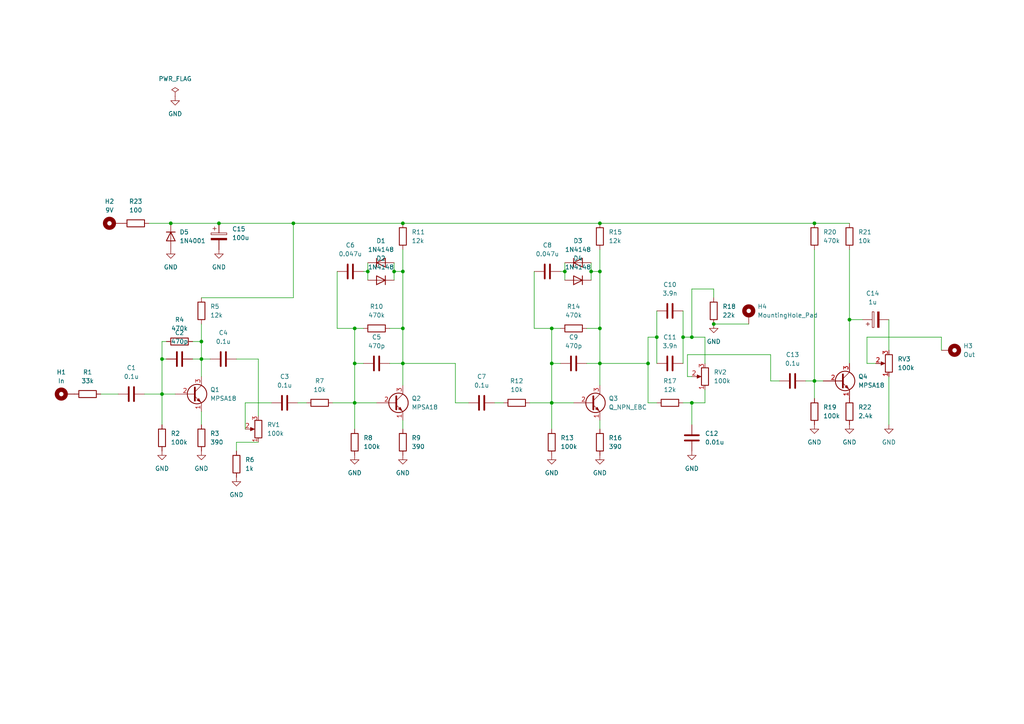
<source format=kicad_sch>
(kicad_sch (version 20230121) (generator eeschema)
  (paper "A4")
  (lib_symbols
    (symbol "Device:C" (pin_numbers hide) (pin_names (offset 0.254))
      (property "Reference" "C" (at 0.635 2.54 0))
      (property "Value" "C" (at 0.635 -2.54 0))
      (symbol "C_0_1"
        (polyline (pts (xy -2.032 -0.762) (xy 2.032 -0.762)) (stroke (width 0.508)))
        (polyline (pts (xy -2.032 0.762) (xy 2.032 0.762)) (stroke (width 0.508)))
      )
      (symbol "C_1_1"
        (pin passive line (at 0 3.81 270) (length 2.794) (name "~") (number "1"))
        (pin passive line (at 0 -3.81 90) (length 2.794) (name "~") (number "2"))
      )
    )
    (symbol "Device:C_Polarized" (pin_numbers hide) (pin_names (offset 0.254))
      (property "Reference" "C" (at 0.635 2.54 0))
      (property "Value" "C_Polarized" (at 0.635 -2.54 0))
      (symbol "C_Polarized_0_1"
        (rectangle (start -2.286 0.508) (end 2.286 1.016))
        (polyline (pts (xy -1.778 2.286) (xy -0.762 2.286)))
        (polyline (pts (xy -1.27 2.794) (xy -1.27 1.778)))
        (rectangle (start 2.286 -0.508) (end -2.286 -1.016) (fill (type outline)))
      )
      (symbol "C_Polarized_1_1"
        (pin passive line (at 0 3.81 270) (length 2.794) (name "~") (number "1"))
        (pin passive line (at 0 -3.81 90) (length 2.794) (name "~") (number "2"))
      )
    )
    (symbol "Device:D" (pin_numbers hide) (pin_names (offset 1.016) hide)
      (property "Reference" "D" (at 0 2.54 0))
      (property "Value" "D" (at 0 -2.54 0))
      (symbol "D_0_1"
        (polyline (pts (xy -1.27 1.27) (xy -1.27 -1.27)) (stroke (width 0.254)))
        (polyline (pts (xy 1.27 0) (xy -1.27 0)))
        (polyline (pts (xy 1.27 1.27) (xy 1.27 -1.27) (xy -1.27 0) (xy 1.27 1.27)) (stroke (width 0.254)))
      )
      (symbol "D_1_1"
        (pin passive line (at -3.81 0 0) (length 2.54) (name "K") (number "1"))
        (pin passive line (at 3.81 0 180) (length 2.54) (name "A") (number "2"))
      )
    )
    (symbol "Device:Q_NPN_EBC" (pin_names (offset 0) hide)
      (property "Reference" "Q" (at 5.08 1.27 0))
      (property "Value" "Q_NPN_EBC" (at 5.08 -1.27 0))
      (symbol "Q_NPN_EBC_0_1"
        (polyline (pts (xy 0.635 0.635) (xy 2.54 2.54)))
        (polyline (pts (xy 0.635 -0.635) (xy 2.54 -2.54) (xy 2.54 -2.54)))
        (polyline (pts (xy 0.635 1.905) (xy 0.635 -1.905) (xy 0.635 -1.905)) (stroke (width 0.508)))
        (polyline (pts (xy 1.27 -1.778) (xy 1.778 -1.27) (xy 2.286 -2.286) (xy 1.27 -1.778) (xy 1.27 -1.778)) (fill (type outline)))
        (circle (center 1.27 0) (radius 2.8194) (stroke (width 0.254)))
      )
      (symbol "Q_NPN_EBC_1_1"
        (pin passive line (at 2.54 -5.08 90) (length 2.54) (name "E") (number "1"))
        (pin passive line (at -5.08 0 0) (length 5.715) (name "B") (number "2"))
        (pin passive line (at 2.54 5.08 270) (length 2.54) (name "C") (number "3"))
      )
    )
    (symbol "Device:R" (pin_numbers hide) (pin_names (offset 0))
      (property "Reference" "R" (at 2.032 0 90))
      (property "Value" "R" (at 0 0 90))
      (symbol "R_0_1"
        (rectangle (start -1.016 -2.54) (end 1.016 2.54) (stroke (width 0.254)))
      )
      (symbol "R_1_1"
        (pin passive line (at 0 3.81 270) (length 1.27) (name "~") (number "1"))
        (pin passive line (at 0 -3.81 90) (length 1.27) (name "~") (number "2"))
      )
    )
    (symbol "Device:R_Potentiometer" (pin_names (offset 1.016) hide)
      (property "Reference" "RV" (at -4.445 0 90))
      (property "Value" "R_Potentiometer" (at -2.54 0 90))
      (symbol "R_Potentiometer_0_1"
        (polyline (pts (xy 2.54 0) (xy 1.524 0)))
        (polyline (pts (xy 1.143 0) (xy 2.286 0.508) (xy 2.286 -0.508) (xy 1.143 0)) (fill (type outline)))
        (rectangle (start 1.016 2.54) (end -1.016 -2.54) (stroke (width 0.254)))
      )
      (symbol "R_Potentiometer_1_1"
        (pin passive line (at 0 3.81 270) (length 1.27) (name "1") (number "1"))
        (pin passive line (at 3.81 0 180) (length 1.27) (name "2") (number "2"))
        (pin passive line (at 0 -3.81 90) (length 1.27) (name "3") (number "3"))
      )
    )
    (symbol "Mechanical:MountingHole_Pad" (pin_numbers hide) (pin_names (offset 1.016) hide)
      (property "Reference" "H" (at 0 6.35 0))
      (property "Value" "MountingHole_Pad" (at 0 4.445 0))
      (symbol "MountingHole_Pad_0_1"
        (circle (center 0 1.27) (radius 1.27) (stroke (width 1.27)))
      )
      (symbol "MountingHole_Pad_1_1"
        (pin input line (at 0 -2.54 90) (length 2.54) (name "1") (number "1"))
      )
    )
    (symbol "power:GND" (power) (pin_names (offset 0))
      (property "Value" "GND" (at 0 -3.81 0))
      (symbol "GND_0_1"
        (polyline (pts (xy 0 0) (xy 0 -1.27) (xy 1.27 -1.27) (xy 0 -2.54) (xy -1.27 -1.27) (xy 0 -1.27)))
      )
      (symbol "GND_1_1"
        (pin power_in line (at 0 0 270) (length 0) hide (name "GND") (number "1"))
      )
    )
    (symbol "power:PWR_FLAG" (power) (pin_numbers hide) (pin_names (offset 0) hide)
      (property "Value" "PWR_FLAG" (at 0 3.81 0))
      (symbol "PWR_FLAG_0_0"
        (pin power_out line (at 0 0 90) (length 0) (name "pwr") (number "1"))
      )
      (symbol "PWR_FLAG_0_1"
        (polyline (pts (xy 0 0) (xy 0 1.27) (xy -1.016 1.905) (xy 0 2.54) (xy 1.016 1.905) (xy 0 1.27)))
      )
    )
  )
  (junction (at 58.42 99.06))
  (junction (at 173.99 105.41))
  (junction (at 200.66 97.79))
  (junction (at 46.99 114.3))
  (junction (at 85.09 64.77))
  (junction (at 102.87 95.25))
  (junction (at 102.87 105.41))
  (junction (at 160.02 105.41))
  (junction (at 102.87 116.84))
  (junction (at 246.38 92.71))
  (junction (at 163.83 78.74))
  (junction (at 106.68 78.74))
  (junction (at 173.99 78.74))
  (junction (at 114.3 78.74))
  (junction (at 190.5 97.79))
  (junction (at 46.99 104.14))
  (junction (at 173.99 95.25))
  (junction (at 198.12 97.79))
  (junction (at 236.22 110.49))
  (junction (at 58.42 104.14))
  (junction (at 116.84 105.41))
  (junction (at 116.84 78.74))
  (junction (at 116.84 64.77))
  (junction (at 116.84 95.25))
  (junction (at 200.66 116.84))
  (junction (at 49.53 64.77))
  (junction (at 187.96 105.41))
  (junction (at 236.22 64.77))
  (junction (at 160.02 95.25))
  (junction (at 171.45 78.74))
  (junction (at 173.99 64.77))
  (junction (at 63.5 64.77))
  (junction (at 207.01 93.98))
  (junction (at 160.02 116.84))
  (wire (pts (xy 102.87 105.41) (xy 105.41 105.41)))
  (wire (pts (xy 29.21 114.3) (xy 34.29 114.3)))
  (wire (pts (xy 246.38 92.71) (xy 246.38 105.41)))
  (wire (pts (xy 113.03 105.41) (xy 116.84 105.41)))
  (wire (pts (xy 46.99 114.3) (xy 50.8 114.3)))
  (wire (pts (xy 116.84 105.41) (xy 132.08 105.41)))
  (wire (pts (xy 46.99 99.06) (xy 46.99 104.14)))
  (wire (pts (xy 187.96 97.79) (xy 190.5 97.79)))
  (wire (pts (xy 236.22 110.49) (xy 236.22 115.57)))
  (wire (pts (xy 106.68 78.74) (xy 106.68 81.28)))
  (wire (pts (xy 190.5 97.79) (xy 190.5 105.41)))
  (wire (pts (xy 160.02 105.41) (xy 162.56 105.41)))
  (wire (pts (xy 58.42 104.14) (xy 58.42 109.22)))
  (wire (pts (xy 173.99 64.77) (xy 236.22 64.77)))
  (wire (pts (xy 63.5 64.77) (xy 85.09 64.77)))
  (wire (pts (xy 246.38 92.71) (xy 250.19 92.71)))
  (wire (pts (xy 102.87 116.84) (xy 109.22 116.84)))
  (wire (pts (xy 257.81 109.22) (xy 257.81 123.19)))
  (wire (pts (xy 116.84 121.92) (xy 116.84 124.46)))
  (wire (pts (xy 55.88 99.06) (xy 58.42 99.06)))
  (wire (pts (xy 96.52 116.84) (xy 102.87 116.84)))
  (wire (pts (xy 48.26 99.06) (xy 46.99 99.06)))
  (wire (pts (xy 170.18 105.41) (xy 173.99 105.41)))
  (wire (pts (xy 116.84 105.41) (xy 116.84 111.76)))
  (wire (pts (xy 154.94 95.25) (xy 160.02 95.25)))
  (wire (pts (xy 200.66 116.84) (xy 200.66 123.19)))
  (wire (pts (xy 102.87 95.25) (xy 105.41 95.25)))
  (wire (pts (xy 114.3 78.74) (xy 114.3 81.28)))
  (wire (pts (xy 200.66 83.82) (xy 200.66 97.79)))
  (wire (pts (xy 116.84 64.77) (xy 173.99 64.77)))
  (wire (pts (xy 200.66 97.79) (xy 204.47 97.79)))
  (wire (pts (xy 154.94 78.74) (xy 154.94 95.25)))
  (wire (pts (xy 43.18 64.77) (xy 49.53 64.77)))
  (wire (pts (xy 86.36 116.84) (xy 88.9 116.84)))
  (wire (pts (xy 55.88 104.14) (xy 58.42 104.14)))
  (wire (pts (xy 105.41 78.74) (xy 106.68 78.74)))
  (wire (pts (xy 204.47 113.03) (xy 204.47 116.84)))
  (wire (pts (xy 200.66 116.84) (xy 204.47 116.84)))
  (wire (pts (xy 46.99 104.14) (xy 48.26 104.14)))
  (wire (pts (xy 171.45 76.2) (xy 171.45 78.74)))
  (wire (pts (xy 198.12 97.79) (xy 200.66 97.79)))
  (wire (pts (xy 190.5 90.17) (xy 190.5 97.79)))
  (wire (pts (xy 187.96 116.84) (xy 190.5 116.84)))
  (wire (pts (xy 173.99 95.25) (xy 173.99 105.41)))
  (wire (pts (xy 116.84 72.39) (xy 116.84 78.74)))
  (wire (pts (xy 116.84 95.25) (xy 116.84 105.41)))
  (wire (pts (xy 187.96 105.41) (xy 187.96 116.84)))
  (wire (pts (xy 223.52 102.87) (xy 223.52 110.49)))
  (wire (pts (xy 102.87 105.41) (xy 102.87 116.84)))
  (wire (pts (xy 49.53 64.77) (xy 63.5 64.77)))
  (wire (pts (xy 223.52 110.49) (xy 226.06 110.49)))
  (wire (pts (xy 254 105.41) (xy 251.46 105.41)))
  (wire (pts (xy 204.47 97.79) (xy 204.47 105.41)))
  (wire (pts (xy 58.42 99.06) (xy 58.42 104.14)))
  (wire (pts (xy 199.39 109.22) (xy 199.39 102.87)))
  (wire (pts (xy 200.66 109.22) (xy 199.39 109.22)))
  (wire (pts (xy 113.03 95.25) (xy 116.84 95.25)))
  (wire (pts (xy 160.02 116.84) (xy 160.02 124.46)))
  (wire (pts (xy 102.87 116.84) (xy 102.87 124.46)))
  (wire (pts (xy 102.87 95.25) (xy 102.87 105.41)))
  (wire (pts (xy 160.02 116.84) (xy 166.37 116.84)))
  (wire (pts (xy 132.08 105.41) (xy 132.08 116.84)))
  (wire (pts (xy 74.93 128.27) (xy 68.58 128.27)))
  (wire (pts (xy 198.12 90.17) (xy 198.12 97.79)))
  (wire (pts (xy 187.96 105.41) (xy 187.96 97.79)))
  (wire (pts (xy 173.99 72.39) (xy 173.99 78.74)))
  (wire (pts (xy 257.81 92.71) (xy 257.81 101.6)))
  (wire (pts (xy 207.01 83.82) (xy 207.01 86.36)))
  (wire (pts (xy 170.18 95.25) (xy 173.99 95.25)))
  (wire (pts (xy 58.42 119.38) (xy 58.42 123.19)))
  (wire (pts (xy 171.45 78.74) (xy 171.45 81.28)))
  (wire (pts (xy 199.39 102.87) (xy 223.52 102.87)))
  (wire (pts (xy 85.09 64.77) (xy 85.09 86.36)))
  (wire (pts (xy 85.09 64.77) (xy 116.84 64.77)))
  (wire (pts (xy 68.58 104.14) (xy 74.93 104.14)))
  (wire (pts (xy 58.42 86.36) (xy 85.09 86.36)))
  (wire (pts (xy 160.02 105.41) (xy 160.02 116.84)))
  (wire (pts (xy 74.93 104.14) (xy 74.93 120.65)))
  (wire (pts (xy 273.05 97.79) (xy 273.05 101.6)))
  (wire (pts (xy 106.68 76.2) (xy 106.68 78.74)))
  (wire (pts (xy 198.12 97.79) (xy 198.12 105.41)))
  (wire (pts (xy 173.99 78.74) (xy 173.99 95.25)))
  (wire (pts (xy 171.45 78.74) (xy 173.99 78.74)))
  (wire (pts (xy 97.79 95.25) (xy 102.87 95.25)))
  (wire (pts (xy 163.83 78.74) (xy 163.83 81.28)))
  (wire (pts (xy 236.22 110.49) (xy 238.76 110.49)))
  (wire (pts (xy 114.3 76.2) (xy 114.3 78.74)))
  (wire (pts (xy 114.3 78.74) (xy 116.84 78.74)))
  (wire (pts (xy 46.99 104.14) (xy 46.99 114.3)))
  (wire (pts (xy 58.42 93.98) (xy 58.42 99.06)))
  (wire (pts (xy 162.56 78.74) (xy 163.83 78.74)))
  (wire (pts (xy 143.51 116.84) (xy 146.05 116.84)))
  (wire (pts (xy 173.99 105.41) (xy 187.96 105.41)))
  (wire (pts (xy 132.08 116.84) (xy 135.89 116.84)))
  (wire (pts (xy 251.46 105.41) (xy 251.46 97.79)))
  (wire (pts (xy 160.02 95.25) (xy 162.56 95.25)))
  (wire (pts (xy 58.42 104.14) (xy 60.96 104.14)))
  (wire (pts (xy 71.12 116.84) (xy 78.74 116.84)))
  (wire (pts (xy 207.01 93.98) (xy 217.17 93.98)))
  (wire (pts (xy 116.84 78.74) (xy 116.84 95.25)))
  (wire (pts (xy 251.46 97.79) (xy 273.05 97.79)))
  (wire (pts (xy 41.91 114.3) (xy 46.99 114.3)))
  (wire (pts (xy 46.99 114.3) (xy 46.99 123.19)))
  (wire (pts (xy 173.99 105.41) (xy 173.99 111.76)))
  (wire (pts (xy 160.02 95.25) (xy 160.02 105.41)))
  (wire (pts (xy 97.79 78.74) (xy 97.79 95.25)))
  (wire (pts (xy 163.83 76.2) (xy 163.83 78.74)))
  (wire (pts (xy 68.58 128.27) (xy 68.58 130.81)))
  (wire (pts (xy 173.99 121.92) (xy 173.99 124.46)))
  (wire (pts (xy 198.12 116.84) (xy 200.66 116.84)))
  (wire (pts (xy 71.12 124.46) (xy 71.12 116.84)))
  (wire (pts (xy 236.22 64.77) (xy 246.38 64.77)))
  (wire (pts (xy 236.22 72.39) (xy 236.22 110.49)))
  (wire (pts (xy 153.67 116.84) (xy 160.02 116.84)))
  (wire (pts (xy 233.68 110.49) (xy 236.22 110.49)))
  (wire (pts (xy 246.38 72.39) (xy 246.38 92.71)))
  (wire (pts (xy 200.66 83.82) (xy 207.01 83.82)))
  (symbol (lib_id "power:GND") (at 257.81 123.19 0) (unit 1)
    (property "Reference" "#PWR01" (effects hide))
    (property "Value" "GND" (at 257.81 128.27 0))
  )
  (symbol (lib_id "Device:R") (at 102.87 128.27 180) (unit 1)
    (property "Reference" "R8" (at 105.41 127 0) (effects (justify right)))
    (property "Value" "100k" (at 105.41 129.54 0) (effects (justify right)))
    (property "Footprint" "Resistor_THT:R_Axial_DIN0207_L6.3mm_D2.5mm_P7.62mm_Horizontal" (effects hide))
  )
  (symbol (lib_id "power:PWR_FLAG") (at 50.8 27.94 0) (unit 1)
    (property "Reference" "#FLG01" (effects hide))
    (property "Value" "PWR_FLAG" (at 50.8 22.86 0))
  )
  (symbol (lib_id "Device:R") (at 39.37 64.77 270) (unit 1)
    (property "Reference" "R23" (at 39.37 58.42 90))
    (property "Value" "100" (at 39.37 60.96 90))
    (property "Footprint" "Resistor_THT:R_Axial_DIN0207_L6.3mm_D2.5mm_P7.62mm_Horizontal" (effects hide))
  )
  (symbol (lib_id "Device:C") (at 200.66 127 180) (unit 1)
    (property "Reference" "C12" (at 204.47 125.73 0) (effects (justify right)))
    (property "Value" "0.01u" (at 204.47 128.27 0) (effects (justify right)))
    (property "Footprint" "Capacitor_THT:C_Rect_L6.5mm_W3.5mm_P3.50mm_MKS02_FKP02" (effects hide))
  )
  (symbol (lib_id "power:GND") (at 58.42 130.81 0) (unit 1)
    (property "Reference" "#PWR011" (effects hide))
    (property "Value" "GND" (at 58.42 135.89 0))
  )
  (symbol (lib_id "Device:R") (at 246.38 119.38 180) (unit 1)
    (property "Reference" "R22" (at 248.92 118.11 0) (effects (justify right)))
    (property "Value" "2.4k" (at 248.92 120.65 0) (effects (justify right)))
    (property "Footprint" "Resistor_THT:R_Axial_DIN0207_L6.3mm_D2.5mm_P7.62mm_Horizontal" (effects hide))
  )
  (symbol (lib_id "power:GND") (at 116.84 132.08 0) (unit 1)
    (property "Reference" "#PWR08" (effects hide))
    (property "Value" "GND" (at 116.84 137.16 0))
  )
  (symbol (lib_id "power:GND") (at 50.8 27.94 0) (unit 1)
    (property "Reference" "#PWR015" (effects hide))
    (property "Value" "GND" (at 50.8 33.02 0))
  )
  (symbol (lib_id "power:GND") (at 63.5 72.39 0) (unit 1)
    (property "Reference" "#PWR013" (effects hide))
    (property "Value" "GND" (at 63.5 77.47 0))
  )
  (symbol (lib_id "Device:R_Potentiometer") (at 257.81 105.41 180) (unit 1)
    (property "Reference" "RV3" (at 260.35 104.14 0) (effects (justify right)))
    (property "Value" "100k" (at 260.35 106.68 0) (effects (justify right)))
    (property "Footprint" "MountingHole:Potentionmeter_Pad" (effects hide))
  )
  (symbol (lib_id "Device:R_Potentiometer") (at 74.93 124.46 180) (unit 1)
    (property "Reference" "RV1" (at 77.47 123.19 0) (effects (justify right)))
    (property "Value" "100k" (at 77.47 125.73 0) (effects (justify right)))
    (property "Footprint" "MountingHole:Potentionmeter_Pad" (effects hide))
  )
  (symbol (lib_id "Device:C") (at 194.31 105.41 90) (unit 1)
    (property "Reference" "C11" (at 194.31 97.79 90))
    (property "Value" "3.9n" (at 194.31 100.33 90))
    (property "Footprint" "Capacitor_THT:C_Rect_L6.0mm_W3.0mm_P3.50mm_MKS02_FKP02" (effects hide))
  )
  (symbol (lib_id "Mechanical:MountingHole_Pad") (at 33.02 64.77 90) (unit 1)
    (property "Reference" "H2" (at 31.75 58.42 90))
    (property "Value" "9V" (at 31.75 60.96 90))
    (property "Footprint" "MountingHole:Pad" (effects hide))
  )
  (symbol (lib_id "Device:C") (at 64.77 104.14 270) (unit 1)
    (property "Reference" "C4" (at 64.77 96.52 90))
    (property "Value" "0.1u" (at 64.77 99.06 90))
    (property "Footprint" "Capacitor_THT:C_Rect_L7.0mm_W2.5mm_P5.00mm" (effects hide))
  )
  (symbol (lib_id "Device:R_Potentiometer") (at 204.47 109.22 180) (unit 1)
    (property "Reference" "RV2" (at 207.01 107.95 0) (effects (justify right)))
    (property "Value" "100k" (at 207.01 110.49 0) (effects (justify right)))
    (property "Footprint" "MountingHole:Potentionmeter_Pad" (effects hide))
  )
  (symbol (lib_id "power:GND") (at 68.58 138.43 0) (unit 1)
    (property "Reference" "#PWR010" (effects hide))
    (property "Value" "GND" (at 68.58 143.51 0))
  )
  (symbol (lib_id "Device:R") (at 149.86 116.84 90) (unit 1)
    (property "Reference" "R12" (at 149.86 110.49 90))
    (property "Value" "10k" (at 149.86 113.03 90))
    (property "Footprint" "Resistor_THT:R_Axial_DIN0207_L6.3mm_D2.5mm_P7.62mm_Horizontal" (effects hide))
  )
  (symbol (lib_id "Device:C") (at 101.6 78.74 90) (unit 1)
    (property "Reference" "C6" (at 101.6 71.12 90))
    (property "Value" "0.047u" (at 101.6 73.66 90))
    (property "Footprint" "Capacitor_THT:C_Rect_L7.0mm_W4.0mm_P5.00mm" (effects hide))
  )
  (symbol (lib_id "Device:C") (at 38.1 114.3 270) (unit 1)
    (property "Reference" "C1" (at 38.1 106.68 90))
    (property "Value" "0.1u" (at 38.1 109.22 90))
    (property "Footprint" "Capacitor_THT:C_Rect_L7.0mm_W2.5mm_P5.00mm" (effects hide))
  )
  (symbol (lib_id "power:GND") (at 160.02 132.08 0) (unit 1)
    (property "Reference" "#PWR06" (effects hide))
    (property "Value" "GND" (at 160.02 137.16 0))
  )
  (symbol (lib_id "Device:D") (at 167.64 76.2 0) (unit 1)
    (property "Reference" "D3" (at 167.64 69.85 0))
    (property "Value" "1N4148" (at 167.64 72.39 0))
    (property "Footprint" "Diode_THT:D_DO-35_SOD27_P7.62mm_Horizontal" (effects hide))
    (property "Sim.Device" "D" (effects hide))
    (property "Sim.Pins" "1=K 2=A" (effects hide))
  )
  (symbol (lib_id "Device:R") (at 173.99 68.58 180) (unit 1)
    (property "Reference" "R15" (at 176.53 67.31 0) (effects (justify right)))
    (property "Value" "12k" (at 176.53 69.85 0) (effects (justify right)))
    (property "Footprint" "Resistor_THT:R_Axial_DIN0207_L6.3mm_D2.5mm_P7.62mm_Horizontal" (effects hide))
  )
  (symbol (lib_id "power:GND") (at 49.53 72.39 0) (unit 1)
    (property "Reference" "#PWR014" (effects hide))
    (property "Value" "GND" (at 49.53 77.47 0))
  )
  (symbol (lib_id "Device:R") (at 25.4 114.3 90) (unit 1)
    (property "Reference" "R1" (at 25.4 107.95 90))
    (property "Value" "33k" (at 25.4 110.49 90))
    (property "Footprint" "Resistor_THT:R_Axial_DIN0207_L6.3mm_D2.5mm_P7.62mm_Horizontal" (effects hide))
  )
  (symbol (lib_id "Device:R") (at 52.07 99.06 90) (unit 1)
    (property "Reference" "R4" (at 52.07 92.71 90))
    (property "Value" "470k" (at 52.07 95.25 90))
    (property "Footprint" "Resistor_THT:R_Axial_DIN0207_L6.3mm_D2.5mm_P7.62mm_Horizontal" (effects hide))
  )
  (symbol (lib_id "Device:D") (at 110.49 81.28 180) (unit 1)
    (property "Reference" "D2" (at 110.49 74.93 0))
    (property "Value" "1N4148" (at 110.49 77.47 0))
    (property "Footprint" "Diode_THT:D_DO-35_SOD27_P7.62mm_Horizontal" (effects hide))
    (property "Sim.Device" "D" (effects hide))
    (property "Sim.Pins" "1=K 2=A" (effects hide))
  )
  (symbol (lib_id "Device:D") (at 49.53 68.58 270) (unit 1)
    (property "Reference" "D5" (at 52.07 67.31 90) (effects (justify left)))
    (property "Value" "1N4001" (at 52.07 69.85 90) (effects (justify left)))
    (property "Footprint" "Diode_THT:D_DO-41_SOD81_P7.62mm_Horizontal" (effects hide))
    (property "Sim.Device" "D" (effects hide))
    (property "Sim.Pins" "1=K 2=A" (effects hide))
  )
  (symbol (lib_id "Mechanical:MountingHole_Pad") (at 275.59 101.6 270) (unit 1)
    (property "Reference" "H3" (at 279.4 100.33 90) (effects (justify left)))
    (property "Value" "Out" (at 279.4 102.87 90) (effects (justify left)))
    (property "Footprint" "MountingHole:Pad" (effects hide))
  )
  (symbol (lib_id "Device:R") (at 58.42 127 180) (unit 1)
    (property "Reference" "R3" (at 60.96 125.73 0) (effects (justify right)))
    (property "Value" "390" (at 60.96 128.27 0) (effects (justify right)))
    (property "Footprint" "Resistor_THT:R_Axial_DIN0207_L6.3mm_D2.5mm_P7.62mm_Horizontal" (effects hide))
  )
  (symbol (lib_id "Device:R") (at 236.22 119.38 180) (unit 1)
    (property "Reference" "R19" (at 238.76 118.11 0) (effects (justify right)))
    (property "Value" "100k" (at 238.76 120.65 0) (effects (justify right)))
    (property "Footprint" "Resistor_THT:R_Axial_DIN0207_L6.3mm_D2.5mm_P7.62mm_Horizontal" (effects hide))
  )
  (symbol (lib_id "Device:R") (at 116.84 128.27 180) (unit 1)
    (property "Reference" "R9" (at 119.38 127 0) (effects (justify right)))
    (property "Value" "390" (at 119.38 129.54 0) (effects (justify right)))
    (property "Footprint" "Resistor_THT:R_Axial_DIN0207_L6.3mm_D2.5mm_P7.62mm_Horizontal" (effects hide))
  )
  (symbol (lib_id "Device:R") (at 160.02 128.27 180) (unit 1)
    (property "Reference" "R13" (at 162.56 127 0) (effects (justify right)))
    (property "Value" "100k" (at 162.56 129.54 0) (effects (justify right)))
    (property "Footprint" "Resistor_THT:R_Axial_DIN0207_L6.3mm_D2.5mm_P7.62mm_Horizontal" (effects hide))
  )
  (symbol (lib_id "Device:C") (at 229.87 110.49 90) (unit 1)
    (property "Reference" "C13" (at 229.87 102.87 90))
    (property "Value" "0.1u" (at 229.87 105.41 90))
    (property "Footprint" "Capacitor_THT:C_Rect_L7.0mm_W2.5mm_P5.00mm" (effects hide))
  )
  (symbol (lib_id "power:GND") (at 200.66 130.81 0) (unit 1)
    (property "Reference" "#PWR04" (effects hide))
    (property "Value" "GND" (at 200.66 135.89 0))
  )
  (symbol (lib_id "Device:Q_NPN_EBC") (at 55.88 114.3 0) (unit 1)
    (property "Reference" "Q1" (at 60.96 113.03 0) (effects (justify left)))
    (property "Value" "MPSA18" (at 60.96 115.57 0) (effects (justify left)))
    (property "Footprint" "Package_TO_SOT_THT:TO-92" (effects hide))
  )
  (symbol (lib_id "Device:R") (at 246.38 68.58 180) (unit 1)
    (property "Reference" "R21" (at 248.92 67.31 0) (effects (justify right)))
    (property "Value" "10k" (at 248.92 69.85 0) (effects (justify right)))
    (property "Footprint" "Resistor_THT:R_Axial_DIN0207_L6.3mm_D2.5mm_P7.62mm_Horizontal" (effects hide))
  )
  (symbol (lib_id "Device:R") (at 92.71 116.84 90) (unit 1)
    (property "Reference" "R7" (at 92.71 110.49 90))
    (property "Value" "10k" (at 92.71 113.03 90))
    (property "Footprint" "Resistor_THT:R_Axial_DIN0207_L6.3mm_D2.5mm_P7.62mm_Horizontal" (effects hide))
  )
  (symbol (lib_id "Device:R") (at 116.84 68.58 180) (unit 1)
    (property "Reference" "R11" (at 119.38 67.31 0) (effects (justify right)))
    (property "Value" "12k" (at 119.38 69.85 0) (effects (justify right)))
    (property "Footprint" "Resistor_THT:R_Axial_DIN0207_L6.3mm_D2.5mm_P7.62mm_Horizontal" (effects hide))
  )
  (symbol (lib_id "Device:Q_NPN_EBC") (at 243.84 110.49 0) (unit 1)
    (property "Reference" "Q4" (at 248.92 109.22 0) (effects (justify left)))
    (property "Value" "MPSA18" (at 248.92 111.76 0) (effects (justify left)))
    (property "Footprint" "Package_TO_SOT_THT:TO-92" (effects hide))
  )
  (symbol (lib_id "Device:C") (at 194.31 90.17 90) (unit 1)
    (property "Reference" "C10" (at 194.31 82.55 90))
    (property "Value" "3.9n" (at 194.31 85.09 90))
    (property "Footprint" "Capacitor_THT:C_Rect_L6.0mm_W3.0mm_P3.50mm_MKS02_FKP02" (effects hide))
  )
  (symbol (lib_id "Device:Q_NPN_EBC") (at 114.3 116.84 0) (unit 1)
    (property "Reference" "Q2" (at 119.38 115.57 0) (effects (justify left)))
    (property "Value" "MPSA18" (at 119.38 118.11 0) (effects (justify left)))
    (property "Footprint" "Package_TO_SOT_THT:TO-92" (effects hide))
  )
  (symbol (lib_id "Device:D") (at 167.64 81.28 180) (unit 1)
    (property "Reference" "D4" (at 167.64 74.93 0))
    (property "Value" "1N4148" (at 167.64 77.47 0))
    (property "Footprint" "Diode_THT:D_DO-35_SOD27_P7.62mm_Horizontal" (effects hide))
    (property "Sim.Device" "D" (effects hide))
    (property "Sim.Pins" "1=K 2=A" (effects hide))
  )
  (symbol (lib_id "Device:R") (at 109.22 95.25 90) (unit 1)
    (property "Reference" "R10" (at 109.22 88.9 90))
    (property "Value" "470k" (at 109.22 91.44 90))
    (property "Footprint" "Resistor_THT:R_Axial_DIN0207_L6.3mm_D2.5mm_P7.62mm_Horizontal" (effects hide))
  )
  (symbol (lib_id "power:GND") (at 246.38 123.19 0) (unit 1)
    (property "Reference" "#PWR02" (effects hide))
    (property "Value" "GND" (at 246.38 128.27 0))
  )
  (symbol (lib_id "power:GND") (at 236.22 123.19 0) (unit 1)
    (property "Reference" "#PWR03" (effects hide))
    (property "Value" "GND" (at 236.22 128.27 0))
  )
  (symbol (lib_id "power:GND") (at 173.99 132.08 0) (unit 1)
    (property "Reference" "#PWR05" (effects hide))
    (property "Value" "GND" (at 173.99 137.16 0))
  )
  (symbol (lib_id "Device:C") (at 82.55 116.84 270) (unit 1)
    (property "Reference" "C3" (at 82.55 109.22 90))
    (property "Value" "0.1u" (at 82.55 111.76 90))
    (property "Footprint" "Capacitor_THT:C_Rect_L7.0mm_W2.5mm_P5.00mm" (effects hide))
  )
  (symbol (lib_id "Device:D") (at 110.49 76.2 0) (unit 1)
    (property "Reference" "D1" (at 110.49 69.85 0))
    (property "Value" "1N4148" (at 110.49 72.39 0))
    (property "Footprint" "Diode_THT:D_DO-35_SOD27_P7.62mm_Horizontal" (effects hide))
    (property "Sim.Device" "D" (effects hide))
    (property "Sim.Pins" "1=K 2=A" (effects hide))
  )
  (symbol (lib_id "Device:C") (at 166.37 105.41 90) (unit 1)
    (property "Reference" "C9" (at 166.37 97.79 90))
    (property "Value" "470p" (at 166.37 100.33 90))
    (property "Footprint" "Capacitor_THT:C_Rect_L7.0mm_W2.5mm_P5.00mm" (effects hide))
  )
  (symbol (lib_id "Device:R") (at 46.99 127 0) (unit 1)
    (property "Reference" "R2" (at 49.53 125.73 0) (effects (justify left)))
    (property "Value" "100k" (at 49.53 128.27 0) (effects (justify left)))
    (property "Footprint" "Resistor_THT:R_Axial_DIN0207_L6.3mm_D2.5mm_P7.62mm_Horizontal" (effects hide))
  )
  (symbol (lib_id "Device:C") (at 52.07 104.14 270) (unit 1)
    (property "Reference" "C2" (at 52.07 96.52 90))
    (property "Value" "470p" (at 52.07 99.06 90))
    (property "Footprint" "Capacitor_THT:C_Rect_L7.0mm_W2.5mm_P5.00mm" (effects hide))
  )
  (symbol (lib_id "Device:R") (at 194.31 116.84 90) (unit 1)
    (property "Reference" "R17" (at 194.31 110.49 90))
    (property "Value" "12k" (at 194.31 113.03 90))
    (property "Footprint" "Resistor_THT:R_Axial_DIN0207_L6.3mm_D2.5mm_P7.62mm_Horizontal" (effects hide))
  )
  (symbol (lib_id "Device:R") (at 173.99 128.27 180) (unit 1)
    (property "Reference" "R16" (at 176.53 127 0) (effects (justify right)))
    (property "Value" "390" (at 176.53 129.54 0) (effects (justify right)))
    (property "Footprint" "Resistor_THT:R_Axial_DIN0207_L6.3mm_D2.5mm_P7.62mm_Horizontal" (effects hide))
  )
  (symbol (lib_id "Device:R") (at 207.01 90.17 180) (unit 1)
    (property "Reference" "R18" (at 209.55 88.9 0) (effects (justify right)))
    (property "Value" "22k" (at 209.55 91.44 0) (effects (justify right)))
    (property "Footprint" "Resistor_THT:R_Axial_DIN0207_L6.3mm_D2.5mm_P7.62mm_Horizontal" (effects hide))
  )
  (symbol (lib_id "power:GND") (at 207.01 93.98 0) (unit 1)
    (property "Reference" "#PWR07" (effects hide))
    (property "Value" "GND" (at 207.01 99.06 0))
  )
  (symbol (lib_id "power:GND") (at 46.99 130.81 0) (unit 1)
    (property "Reference" "#PWR012" (effects hide))
    (property "Value" "GND" (at 46.99 135.89 0))
  )
  (symbol (lib_id "Device:C_Polarized") (at 63.5 68.58 0) (unit 1)
    (property "Reference" "C15" (at 67.31 66.421 0) (effects (justify left)))
    (property "Value" "100u" (at 67.31 68.961 0) (effects (justify left)))
    (property "Footprint" "Capacitor_THT:CP_Radial_D10.0mm_P5.00mm" (effects hide))
  )
  (symbol (lib_id "Device:C") (at 158.75 78.74 90) (unit 1)
    (property "Reference" "C8" (at 158.75 71.12 90))
    (property "Value" "0.047u" (at 158.75 73.66 90))
    (property "Footprint" "Capacitor_THT:C_Rect_L7.0mm_W4.0mm_P5.00mm" (effects hide))
  )
  (symbol (lib_id "Mechanical:MountingHole_Pad") (at 217.17 91.44 0) (unit 1)
    (property "Reference" "H4" (at 219.71 88.9 0) (effects (justify left)))
    (property "Value" "MountingHole_Pad" (at 219.71 91.44 0) (effects (justify left)))
    (property "Footprint" "MountingHole:Pad" (effects hide))
  )
  (symbol (lib_id "Device:R") (at 166.37 95.25 90) (unit 1)
    (property "Reference" "R14" (at 166.37 88.9 90))
    (property "Value" "470k" (at 166.37 91.44 90))
    (property "Footprint" "Resistor_THT:R_Axial_DIN0207_L6.3mm_D2.5mm_P7.62mm_Horizontal" (effects hide))
  )
  (symbol (lib_id "Device:Q_NPN_EBC") (at 171.45 116.84 0) (unit 1)
    (property "Reference" "Q3" (at 176.53 115.57 0) (effects (justify left)))
    (property "Value" "Q_NPN_EBC" (at 176.53 118.11 0) (effects (justify left)))
    (property "Footprint" "Package_TO_SOT_THT:TO-92" (effects hide))
  )
  (symbol (lib_id "Device:R") (at 58.42 90.17 180) (unit 1)
    (property "Reference" "R5" (at 60.96 88.9 0) (effects (justify right)))
    (property "Value" "12k" (at 60.96 91.44 0) (effects (justify right)))
    (property "Footprint" "Resistor_THT:R_Axial_DIN0207_L6.3mm_D2.5mm_P7.62mm_Horizontal" (effects hide))
  )
  (symbol (lib_id "Device:C_Polarized") (at 254 92.71 90) (unit 1)
    (property "Reference" "C14" (at 253.111 85.09 90))
    (property "Value" "1u" (at 253.111 87.63 90))
    (property "Footprint" "Capacitor_THT:CP_Radial_D5.0mm_P2.00mm" (effects hide))
  )
  (symbol (lib_id "Device:C") (at 139.7 116.84 270) (unit 1)
    (property "Reference" "C7" (at 139.7 109.22 90))
    (property "Value" "0.1u" (at 139.7 111.76 90))
    (property "Footprint" "Capacitor_THT:C_Rect_L7.0mm_W2.5mm_P5.00mm" (effects hide))
  )
  (symbol (lib_id "Mechanical:MountingHole_Pad") (at 19.05 114.3 90) (unit 1)
    (property "Reference" "H1" (at 17.78 107.95 90))
    (property "Value" "In" (at 17.78 110.49 90))
    (property "Footprint" "MountingHole:Pad" (effects hide))
  )
  (symbol (lib_id "Device:C") (at 109.22 105.41 90) (unit 1)
    (property "Reference" "C5" (at 109.22 97.79 90))
    (property "Value" "470p" (at 109.22 100.33 90))
    (property "Footprint" "Capacitor_THT:C_Rect_L7.0mm_W2.5mm_P5.00mm" (effects hide))
  )
  (symbol (lib_id "Device:R") (at 68.58 134.62 180) (unit 1)
    (property "Reference" "R6" (at 71.12 133.35 0) (effects (justify right)))
    (property "Value" "1k" (at 71.12 135.89 0) (effects (justify right)))
    (property "Footprint" "Resistor_THT:R_Axial_DIN0207_L6.3mm_D2.5mm_P7.62mm_Horizontal" (effects hide))
  )
  (symbol (lib_id "Device:R") (at 236.22 68.58 180) (unit 1)
    (property "Reference" "R20" (at 238.76 67.31 0) (effects (justify right)))
    (property "Value" "470k" (at 238.76 69.85 0) (effects (justify right)))
    (property "Footprint" "Resistor_THT:R_Axial_DIN0207_L6.3mm_D2.5mm_P7.62mm_Horizontal" (effects hide))
  )
  (symbol (lib_id "power:GND") (at 102.87 132.08 0) (unit 1)
    (property "Reference" "#PWR09" (effects hide))
    (property "Value" "GND" (at 102.87 137.16 0))
  )
)
</source>
